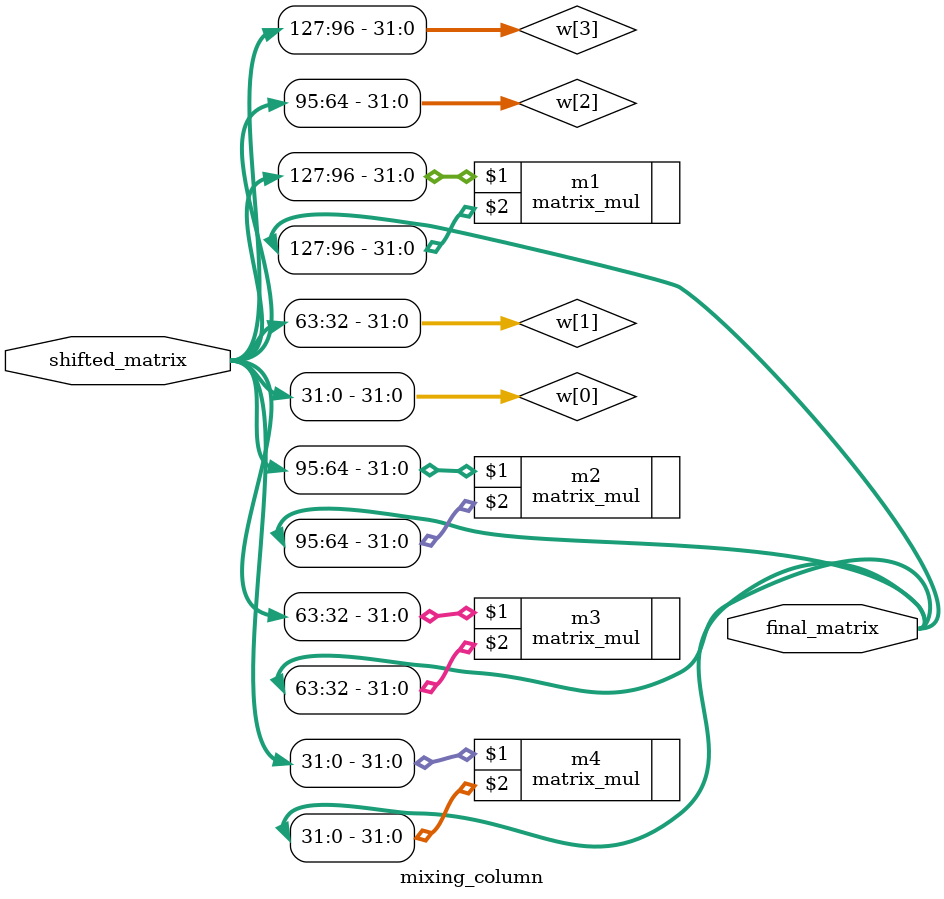
<source format=v>
module mixing_column(
    input [127:0] shifted_matrix,
    output [127:0] final_matrix
    );
    
  //  wire [2:0]fixed_matrix[0:3][0:3];
    wire [31:0]w[0:3];
    
    assign w[0]=shifted_matrix[31:0];
    assign w[1]=shifted_matrix[63:32];
    assign w[2]=shifted_matrix[95:64];
    assign w[3]=shifted_matrix[127:96];
        
    matrix_mul m1(w[3],final_matrix[127:96]);
    matrix_mul m2(w[2],final_matrix[95:64]);
    matrix_mul m3(w[1],final_matrix[63:32]);
    matrix_mul m4(w[0],final_matrix[31:0]);
    
endmodule

</source>
